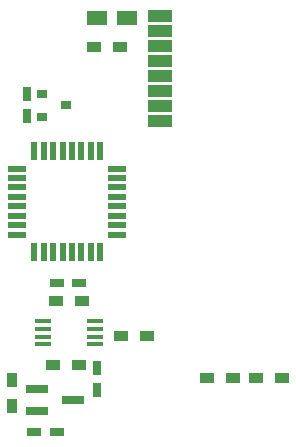
<source format=gtp>
%TF.GenerationSoftware,KiCad,Pcbnew,no-vcs-found-e0b9a21~60~ubuntu16.04.1*%
%TF.CreationDate,2017-10-13T14:54:20+03:00*%
%TF.ProjectId,livolo_1_channel_1way_eu_switch,6C69766F6C6F5F315F6368616E6E656C,rev?*%
%TF.SameCoordinates,Original*%
%TF.FileFunction,Paste,Top*%
%TF.FilePolarity,Positive*%
%FSLAX46Y46*%
G04 Gerber Fmt 4.6, Leading zero omitted, Abs format (unit mm)*
G04 Created by KiCad (PCBNEW no-vcs-found-e0b9a21~60~ubuntu16.04.1) date Fri Oct 13 14:54:20 2017*
%MOMM*%
%LPD*%
G01*
G04 APERTURE LIST*
%ADD10R,0.550000X1.600000*%
%ADD11R,1.600000X0.550000*%
%ADD12R,0.900000X0.800000*%
%ADD13R,2.000000X1.000000*%
%ADD14R,1.200000X0.900000*%
%ADD15R,0.900000X1.200000*%
%ADD16R,1.200000X0.750000*%
%ADD17R,1.750000X1.260000*%
%ADD18R,0.750000X1.200000*%
%ADD19R,1.450000X0.450000*%
%ADD20R,1.900000X0.800000*%
G04 APERTURE END LIST*
D10*
X130250000Y-92550000D03*
X129450000Y-92550000D03*
X128650000Y-92550000D03*
X127850000Y-92550000D03*
X127050000Y-92550000D03*
X126250000Y-92550000D03*
X125450000Y-92550000D03*
X124650000Y-92550000D03*
D11*
X123200000Y-91100000D03*
X123200000Y-90300000D03*
X123200000Y-89500000D03*
X123200000Y-88700000D03*
X123200000Y-87900000D03*
X123200000Y-87100000D03*
X123200000Y-86300000D03*
X123200000Y-85500000D03*
D10*
X124650000Y-84050000D03*
X125450000Y-84050000D03*
X126250000Y-84050000D03*
X127050000Y-84050000D03*
X127850000Y-84050000D03*
X128650000Y-84050000D03*
X129450000Y-84050000D03*
X130250000Y-84050000D03*
D11*
X131700000Y-85500000D03*
X131700000Y-86300000D03*
X131700000Y-87100000D03*
X131700000Y-87900000D03*
X131700000Y-88700000D03*
X131700000Y-89500000D03*
X131700000Y-90300000D03*
X131700000Y-91100000D03*
D12*
X127300000Y-80150000D03*
X125300000Y-81100000D03*
X125300000Y-79200000D03*
D13*
X135300000Y-72600000D03*
X135300000Y-73870000D03*
X135300000Y-75140000D03*
X135300000Y-76410000D03*
X135300000Y-77680000D03*
X135300000Y-78950000D03*
X135300000Y-80220000D03*
X135300000Y-81490000D03*
D14*
X132000000Y-99700000D03*
X134200000Y-99700000D03*
D15*
X122800000Y-105600000D03*
X122800000Y-103400000D03*
D14*
X129700000Y-75200000D03*
X131900000Y-75200000D03*
X141500000Y-103200000D03*
X139300000Y-103200000D03*
X143400000Y-103200000D03*
X145600000Y-103200000D03*
D16*
X124650000Y-107800000D03*
X126550000Y-107800000D03*
D17*
X129975000Y-72750000D03*
X132525000Y-72750000D03*
D16*
X128450000Y-95200000D03*
X126550000Y-95200000D03*
D14*
X128400000Y-102100000D03*
X126200000Y-102100000D03*
X128700000Y-96700000D03*
X126500000Y-96700000D03*
D18*
X130000000Y-102350000D03*
X130000000Y-104250000D03*
X124000000Y-79150000D03*
X124000000Y-81050000D03*
D19*
X125400000Y-100375000D03*
X125400000Y-99725000D03*
X125400000Y-99075000D03*
X125400000Y-98425000D03*
X129800000Y-98425000D03*
X129800000Y-99075000D03*
X129800000Y-99725000D03*
X129800000Y-100375000D03*
D20*
X127900000Y-105100000D03*
X124900000Y-106050000D03*
X124900000Y-104150000D03*
M02*

</source>
